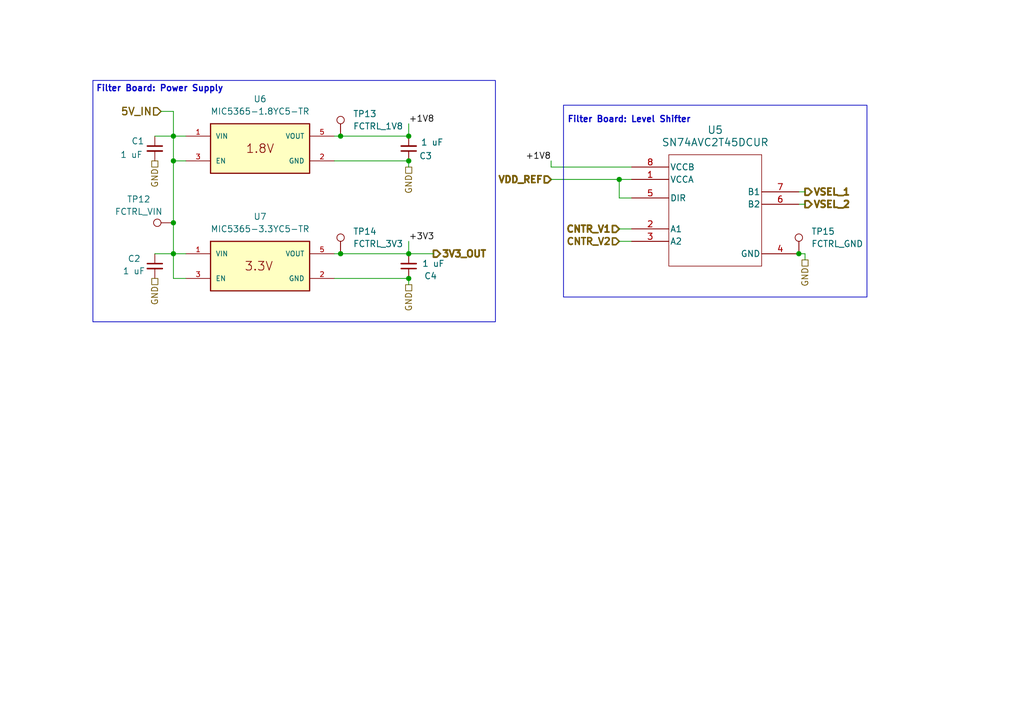
<source format=kicad_sch>
(kicad_sch (version 20231120) (generator "eeschema") (generator_version "8.0")
  (paper "A5")
  (title_block (title "Filter Control Schematic") (date "2025-03-30") (rev "Version 1.5"))
  (lib_symbols
    (symbol "Connector:TestPoint" (pin_numbers hide) (pin_names (offset 0.762) hide)
      (property "Reference" "TP" (at 0 6.858 0))
      (property "Value" "TestPoint" (at 0 5.08 0))
      (symbol "TestPoint_0_1"
        (circle (center 0 3.302) (radius 0.762))
      )
      (symbol "TestPoint_1_1"
        (pin passive line (at 0 0 90) (length 2.54) (name "1") (number "1"))
      )
    )
    (symbol "Device:C_Small" (pin_numbers hide) (pin_names (offset 0.254) hide)
      (property "Reference" "C" (at 0.254 1.778 0))
      (property "Value" "C_Small" (at 0.254 -2.032 0))
      (symbol "C_Small_0_1"
        (polyline (pts (xy -1.524 -0.508) (xy 1.524 -0.508)) (stroke (width 0.3302)))
        (polyline (pts (xy -1.524 0.508) (xy 1.524 0.508)) (stroke (width 0.3048)))
      )
      (symbol "C_Small_1_1"
        (pin passive line (at 0 2.54 270) (length 2.032) (name "~") (number "1"))
        (pin passive line (at 0 -2.54 90) (length 2.032) (name "~") (number "2"))
      )
    )
    (symbol "Radio Telescope:MIC5365-1.8YC5-TR" (pin_names (offset 1.016))
      (property "Reference" "U" (at -10.16 6.35 0))
      (property "Value" "MIC5365-1.8YC5-TR" (at -10.414 -6.35 0))
      (symbol "MIC5365-1.8YC5-TR_0_0"
        (rectangle (start -10.16 5.08) (end 10.16 -5.08) (stroke (width 0.254)) (fill (type background)))
        (pin input line (at -15.24 2.54 0) (length 5.08) (name "VIN") (number "1"))
        (pin power_in line (at 15.24 -2.54 180) (length 5.08) (name "GND") (number "2"))
        (pin input line (at -15.24 -2.54 0) (length 5.08) (name "EN") (number "3"))
        (pin output line (at 15.24 2.54 180) (length 5.08) (name "VOUT") (number "5"))
      )
      (symbol "MIC5365-1.8YC5-TR_1_1"
        (text "1.8V" (at 0 0 0) (effects (font (size 1.778 1.778))))
      )
    )
    (symbol "Radio Telescope:MIC5365-3.3YC5-TR" (pin_names (offset 1.016))
      (property "Reference" "U" (at -10.16 6.35 0))
      (property "Value" "MIC5365-3.3YC5-TR" (at -10.414 -6.858 0))
      (symbol "MIC5365-3.3YC5-TR_0_0"
        (rectangle (start -10.16 5.08) (end 10.16 -5.08) (stroke (width 0.254)) (fill (type background)))
        (pin input line (at -15.24 2.54 0) (length 5.08) (name "VIN") (number "1"))
        (pin power_in line (at 15.24 -2.54 180) (length 5.08) (name "GND") (number "2"))
        (pin input line (at -15.24 -2.54 0) (length 5.08) (name "EN") (number "3"))
        (pin output line (at 15.24 2.54 180) (length 5.08) (name "VOUT") (number "5"))
      )
      (symbol "MIC5365-3.3YC5-TR_1_1"
        (text "3.3V" (at -0.254 0 0) (effects (font (size 1.778 1.778))))
      )
    )
    (symbol "Radio Telescope:SN74AVC2T45DCUR" (pin_names (offset 0.254))
      (property "Reference" "U" (at 17.018 8.89 0))
      (property "Value" "SN74AVC2T45DCUR" (at 17.018 6.35 0))
      (symbol "SN74AVC2T45DCUR_0_1"
        (polyline (pts (xy 7.62 -17.78) (xy 26.67 -17.78)) (stroke (width 0.127)))
        (polyline (pts (xy 7.62 5.08) (xy 7.62 -17.78)) (stroke (width 0.127)))
        (polyline (pts (xy 26.67 -17.78) (xy 26.67 5.08)) (stroke (width 0.127)))
        (polyline (pts (xy 26.67 5.08) (xy 7.62 5.08)) (stroke (width 0.127)))
        (pin power_in line (at 0 0 0) (length 7.62) (name "VCCA") (number "1"))
        (pin bidirectional line (at 0 -10.16 0) (length 7.62) (name "A1") (number "2"))
        (pin bidirectional line (at 0 -12.7 0) (length 7.62) (name "A2") (number "3"))
        (pin power_in line (at 34.29 -15.24 180) (length 7.62) (name "GND") (number "4"))
        (pin input line (at 0 -3.81 0) (length 7.62) (name "DIR") (number "5"))
        (pin bidirectional line (at 34.29 -5.08 180) (length 7.62) (name "B2") (number "6"))
        (pin bidirectional line (at 34.29 -2.54 180) (length 7.62) (name "B1") (number "7"))
        (pin power_in line (at 0 2.54 0) (length 7.62) (name "VCCB") (number "8"))
      )
    )
  )
  (junction (at 69.85 27.94))
  (junction (at 83.82 27.94))
  (junction (at 35.56 33.02))
  (junction (at 83.82 52.07))
  (junction (at 35.56 45.72))
  (junction (at 83.82 57.15))
  (junction (at 35.56 52.07))
  (junction (at 83.82 33.02))
  (junction (at 163.83 52.07))
  (junction (at 127 36.83))
  (junction (at 69.85 52.07))
  (junction (at 35.56 27.94))
  (wire (pts (xy 68.58 27.94) (xy 69.85 27.94)))
  (wire (pts (xy 35.56 33.02) (xy 38.1 33.02)))
  (wire (pts (xy 165.1 52.07) (xy 165.1 53.34)))
  (wire (pts (xy 83.82 25.4) (xy 83.82 27.94)))
  (wire (pts (xy 127 36.83) (xy 127 40.64)))
  (wire (pts (xy 83.82 33.02) (xy 83.82 34.29)))
  (wire (pts (xy 35.56 52.07) (xy 35.56 57.15)))
  (wire (pts (xy 35.56 27.94) (xy 35.56 33.02)))
  (wire (pts (xy 83.82 57.15) (xy 83.82 58.42)))
  (wire (pts (xy 88.9 52.07) (xy 83.82 52.07)))
  (wire (pts (xy 83.82 49.53) (xy 83.82 52.07)))
  (wire (pts (xy 31.75 52.07) (xy 35.56 52.07)))
  (wire (pts (xy 69.85 27.94) (xy 83.82 27.94)))
  (wire (pts (xy 113.03 36.83) (xy 127 36.83)))
  (wire (pts (xy 31.75 27.94) (xy 35.56 27.94)))
  (wire (pts (xy 35.56 22.86) (xy 35.56 27.94)))
  (wire (pts (xy 35.56 52.07) (xy 38.1 52.07)))
  (wire (pts (xy 68.58 33.02) (xy 83.82 33.02)))
  (wire (pts (xy 165.1 39.37) (xy 163.83 39.37)))
  (wire (pts (xy 127 40.64) (xy 129.54 40.64)))
  (wire (pts (xy 69.85 52.07) (xy 83.82 52.07)))
  (wire (pts (xy 35.56 57.15) (xy 38.1 57.15)))
  (wire (pts (xy 35.56 33.02) (xy 35.56 45.72)))
  (wire (pts (xy 129.54 34.29) (xy 113.03 34.29)))
  (wire (pts (xy 113.03 33.02) (xy 113.03 34.29)))
  (wire (pts (xy 33.02 22.86) (xy 35.56 22.86)))
  (wire (pts (xy 127 36.83) (xy 129.54 36.83)))
  (wire (pts (xy 35.56 45.72) (xy 35.56 52.07)))
  (wire (pts (xy 35.56 27.94) (xy 38.1 27.94)))
  (wire (pts (xy 127 49.53) (xy 129.54 49.53)))
  (wire (pts (xy 68.58 57.15) (xy 83.82 57.15)))
  (wire (pts (xy 127 46.99) (xy 129.54 46.99)))
  (wire (pts (xy 163.83 52.07) (xy 165.1 52.07)))
  (wire (pts (xy 165.1 41.91) (xy 163.83 41.91)))
  (wire (pts (xy 68.58 52.07) (xy 69.85 52.07)))
  (rectangle (start 19.05 16.51) (end 101.6 66.04))
  (rectangle (start 115.57 21.59) (end 177.8 60.96))
  (text "Filter Board: Power Supply" (at 32.766 18.288 0) (effects (font (size 1.27 1.27) (thickness 0.254) (bold yes))))
  (text "Filter Board: Level Shifter" (at 129.032 24.638 0) (effects (font (size 1.27 1.27) (thickness 0.254) (bold yes))))
  (text "Voltages on Filter Board:\n-Input: 5V from distribution board\n	-Converted to:\n		>3.3V for RF Switch VDD\n		>1.8V for RF Switch Control Voltage\n(LDOs are used since control circuitry will use \nvery little current, thus not much power will be \nlost due to heat)" (at 97.282 178.562 0) (effects (font (size 2.032 2.032) (thickness 0.4064) (bold yes)) (justify left)))
  (label "+1V8" (at 113.03 33.02 180))
  (label "+3V3" (at 83.82 49.53 0))
  (label "+1V8" (at 83.82 25.4 0))
  (hierarchical_label "GND" (shape passive) (at 83.82 58.42 270))
  (hierarchical_label "GND" (shape passive) (at 165.1 53.34 270))
  (hierarchical_label "CNTR_V2" (shape input) (at 127 49.53 180) (effects (font (size 1.397 1.397) (thickness 0.3048) (bold yes))))
  (hierarchical_label "GND" (shape passive) (at 31.75 57.15 270))
  (hierarchical_label "GND" (shape passive) (at 31.75 33.02 270))
  (hierarchical_label "CNTR_V1" (shape input) (at 127 46.99 180) (effects (font (size 1.397 1.397) (thickness 0.3556) (bold yes))))
  (hierarchical_label "3V3_OUT" (shape output) (at 88.9 52.07 0) (effects (font (size 1.397 1.397) (thickness 0.3556) (bold yes))))
  (hierarchical_label "5V_IN" (shape input) (at 33.02 22.86 180) (effects (font (size 1.524 1.524) (thickness 0.254) (bold yes))))
  (hierarchical_label "GND" (shape passive) (at 83.82 34.29 270))
  (hierarchical_label "VSEL_2" (shape output) (at 165.1 41.91 0) (effects (font (size 1.397 1.397) (thickness 0.3556) (bold yes))))
  (hierarchical_label "VDD_REF" (shape input) (at 113.03 36.83 180) (effects (font (size 1.397 1.397) (thickness 0.3556) (bold yes))))
  (hierarchical_label "VSEL_1" (shape output) (at 165.1 39.37 0) (effects (font (size 1.397 1.397) (thickness 0.3556) (bold yes))))
  (symbol (lib_id "Device:C_Small") (at 31.75 54.61 0) (unit 1)
    (property "Reference" "C2" (at 26.162 53.086 0) (effects (justify left)))
    (property "Value" "1 uF" (at 25.146 55.626 0) (effects (justify left)))
    (property "Footprint" "Capacitor_SMD:C_0805_2012Metric" (effects (hide yes)))
    (property "Description" "Unpolarized capacitor, small symbol" (effects (hide yes)))
  )
  (symbol (lib_id "Connector:TestPoint") (at 35.56 45.72 90) (unit 1)
    (property "Reference" "TP12" (at 28.448 40.894 90))
    (property "Value" "FCTRL_VIN" (at 28.448 43.434 90))
    (property "Footprint" "Library:TestPoint_Pad_D1.0mm_Edit" (effects (hide yes)))
    (property "Description" "test point" (effects (hide yes)))
  )
  (symbol (lib_id "Radio Telescope:MIC5365-3.3YC5-TR") (at 53.34 54.61 0) (unit 1)
    (property "Reference" "U7" (at 53.34 44.45 0))
    (property "Value" "MIC5365-3.3YC5-TR" (at 53.34 46.99 0))
    (property "Footprint" "Library:SOT65P210X110-5N" (effects (hide yes)))
    (property "PARTREV" "3.1 - July 16, 2013" (effects (hide yes)))
    (property "STANDARD" "IPC 7351B" (effects (hide yes)))
    (property "MAXIMUM_PACKAGE_HEIGHT" "1.10mm" (effects (hide yes)))
    (property "MANUFACTURER" "Micrel" (effects (hide yes)))
  )
  (symbol (lib_id "Device:C_Small") (at 83.82 30.48 180) (unit 1)
    (property "Reference" "C3" (at 88.646 32.004 0) (effects (justify left)))
    (property "Value" "1 uF" (at 90.932 29.21 0) (effects (justify left)))
    (property "Footprint" "Capacitor_SMD:C_0805_2012Metric" (effects (hide yes)))
    (property "Description" "Unpolarized capacitor, small symbol" (effects (hide yes)))
  )
  (symbol (lib_id "Connector:TestPoint") (at 69.85 27.94 0) (unit 1)
    (property "Reference" "TP13" (at 72.39 23.3679 0) (effects (justify left)))
    (property "Value" "FCTRL_1V8" (at 72.39 25.9079 0) (effects (justify left)))
    (property "Footprint" "Library:TestPoint_Pad_D1.0mm_Edit" (effects (hide yes)))
    (property "Description" "test point" (effects (hide yes)))
  )
  (symbol (lib_id "Connector:TestPoint") (at 69.85 52.07 0) (unit 1)
    (property "Reference" "TP14" (at 72.39 47.4979 0) (effects (justify left)))
    (property "Value" "FCTRL_3V3" (at 72.39 50.0379 0) (effects (justify left)))
    (property "Footprint" "Library:TestPoint_Pad_D1.0mm_Edit" (effects (hide yes)))
    (property "Description" "test point" (effects (hide yes)))
  )
  (symbol (lib_id "Device:C_Small") (at 31.75 30.48 0) (unit 1)
    (property "Reference" "C1" (at 26.924 28.956 0) (effects (justify left)))
    (property "Value" "1 uF" (at 24.638 31.75 0) (effects (justify left)))
    (property "Footprint" "Capacitor_SMD:C_0805_2012Metric" (effects (hide yes)))
    (property "Description" "Unpolarized capacitor, small symbol" (effects (hide yes)))
  )
  (symbol (lib_id "Connector:TestPoint") (at 163.83 52.07 0) (unit 1)
    (property "Reference" "TP15" (at 166.37 47.4979 0) (effects (justify left)))
    (property "Value" "FCTRL_GND" (at 166.37 50.0379 0) (effects (justify left)))
    (property "Footprint" "Library:TestPoint_Pad_1.5x1.5mm_Edit" (effects (hide yes)))
    (property "Description" "test point" (effects (hide yes)))
  )
  (symbol (lib_id "Radio Telescope:MIC5365-1.8YC5-TR") (at 53.34 30.48 0) (unit 1)
    (property "Reference" "U6" (at 53.34 20.32 0))
    (property "Value" "MIC5365-1.8YC5-TR" (at 53.34 22.86 0))
    (property "Footprint" "Library:SOT65P210X110-5N" (effects (hide yes)))
    (property "PARTREV" "3.1 - July 16, 2013" (effects (hide yes)))
    (property "STANDARD" "IPC 7351B" (effects (hide yes)))
    (property "MAXIMUM_PACKAGE_HEIGHT" "1.10mm" (effects (hide yes)))
    (property "MANUFACTURER" "Micrel" (effects (hide yes)))
  )
  (symbol (lib_id "Device:C_Small") (at 83.82 54.61 180) (unit 1)
    (property "Reference" "C4" (at 89.662 56.642 0) (effects (justify left)))
    (property "Value" "1 uF" (at 91.186 54.102 0) (effects (justify left)))
    (property "Footprint" "Capacitor_SMD:C_0805_2012Metric" (effects (hide yes)))
    (property "Description" "Unpolarized capacitor, small symbol" (effects (hide yes)))
  )
  (symbol (lib_id "Radio Telescope:SN74AVC2T45DCUR") (at 129.54 36.83 0) (unit 1)
    (property "Reference" "U5" (at 146.685 26.67 0) (effects (font (size 1.524 1.524))))
    (property "Value" "SN74AVC2T45DCUR" (at 146.685 29.21 0) (effects (font (size 1.524 1.524))))
    (property "Footprint" "Library:DCU8" (effects (hide yes)))
    (property "Datasheet" "https://www.ti.com/lit/ds/symlink/sn74avc2t45.pdf?HQS=dis-dk-null-digikeymode-dsf-pf-null-wwe&ts=1743374409578&ref_url=https%253A%252F%252Fwww.ti.com%252Fgeneral%252Fdocs%252Fsuppproductinfo.tsp%253FdistId%253D10%2526gotoUrl%253Dhttps%253A%252F%252Fwww.ti.com%252Flit%252Fgpn%252Fsn74avc2t45" (effects (hide yes)))
  )
)
</source>
